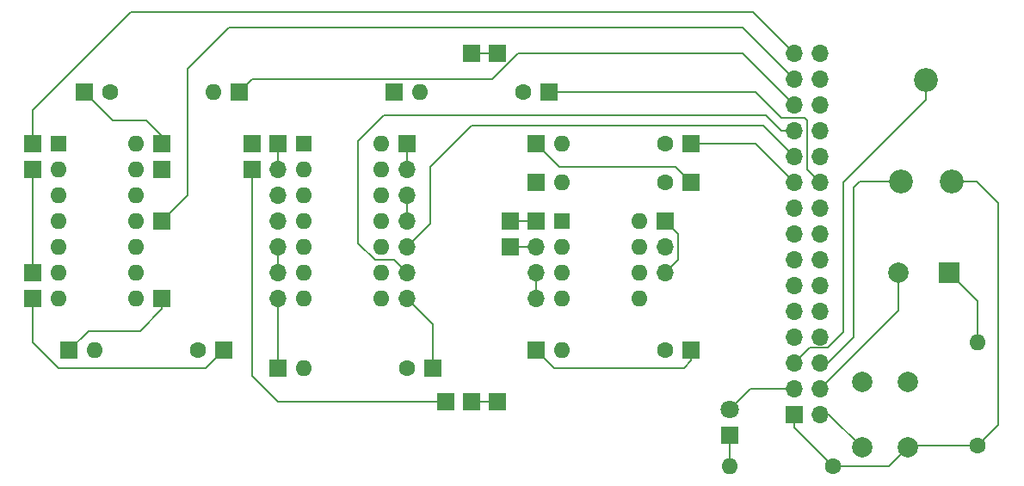
<source format=gbr>
%TF.GenerationSoftware,KiCad,Pcbnew,(6.0.5)*%
%TF.CreationDate,2022-06-11T21:03:45+02:00*%
%TF.ProjectId,bomba-robotabor,626f6d62-612d-4726-9f62-6f7461626f72,rev?*%
%TF.SameCoordinates,Original*%
%TF.FileFunction,Copper,L1,Top*%
%TF.FilePolarity,Positive*%
%FSLAX46Y46*%
G04 Gerber Fmt 4.6, Leading zero omitted, Abs format (unit mm)*
G04 Created by KiCad (PCBNEW (6.0.5)) date 2022-06-11 21:03:45*
%MOMM*%
%LPD*%
G01*
G04 APERTURE LIST*
%TA.AperFunction,ComponentPad*%
%ADD10C,1.600000*%
%TD*%
%TA.AperFunction,ComponentPad*%
%ADD11O,1.600000X1.600000*%
%TD*%
%TA.AperFunction,ComponentPad*%
%ADD12R,1.600000X1.600000*%
%TD*%
%TA.AperFunction,ComponentPad*%
%ADD13R,1.700000X1.700000*%
%TD*%
%TA.AperFunction,ComponentPad*%
%ADD14O,1.700000X1.700000*%
%TD*%
%TA.AperFunction,ComponentPad*%
%ADD15C,2.000000*%
%TD*%
%TA.AperFunction,ComponentPad*%
%ADD16R,1.800000X1.800000*%
%TD*%
%TA.AperFunction,ComponentPad*%
%ADD17C,1.800000*%
%TD*%
%TA.AperFunction,ComponentPad*%
%ADD18R,2.000000X2.000000*%
%TD*%
%TA.AperFunction,ComponentPad*%
%ADD19C,2.340000*%
%TD*%
%TA.AperFunction,Conductor*%
%ADD20C,0.200000*%
%TD*%
G04 APERTURE END LIST*
D10*
%TO.P,R1,1*%
%TO.N,Net-(R1-Pad1)*%
X165100000Y-52070000D03*
D11*
%TO.P,R1,2*%
%TO.N,Net-(R1-Pad2)*%
X154940000Y-52070000D03*
%TD*%
D10*
%TO.P,R2,1*%
%TO.N,Net-(R2-Pad1)*%
X124460000Y-52070000D03*
D11*
%TO.P,R2,2*%
%TO.N,Net-(R2-Pad2)*%
X134620000Y-52070000D03*
%TD*%
D10*
%TO.P,R3,1*%
%TO.N,Net-(R3-Pad1)*%
X153670000Y-79248000D03*
D11*
%TO.P,R3,2*%
%TO.N,Net-(R3-Pad2)*%
X143510000Y-79248000D03*
%TD*%
D10*
%TO.P,R4,1*%
%TO.N,Net-(R4-Pad1)*%
X179070000Y-57150000D03*
D11*
%TO.P,R4,2*%
%TO.N,Net-(R4-Pad2)*%
X168910000Y-57150000D03*
%TD*%
D10*
%TO.P,R5,1*%
%TO.N,Net-(R5-Pad1)*%
X179070000Y-77470000D03*
D11*
%TO.P,R5,2*%
%TO.N,Net-(R5-Pad2)*%
X168910000Y-77470000D03*
%TD*%
D10*
%TO.P,R6,1*%
%TO.N,Net-(R3-Pad1)*%
X133096000Y-77470000D03*
D11*
%TO.P,R6,2*%
%TO.N,Net-(R6-Pad2)*%
X122936000Y-77470000D03*
%TD*%
D10*
%TO.P,R7,1*%
%TO.N,Net-(R7-Pad1)*%
X179070000Y-60960000D03*
D11*
%TO.P,R7,2*%
%TO.N,Net-(R7-Pad2)*%
X168910000Y-60960000D03*
%TD*%
D12*
%TO.P,U1,1*%
%TO.N,Net-(R1-Pad2)*%
X119380000Y-57150000D03*
D11*
%TO.P,U1,2*%
%TO.N,Net-(U1-Pad2)*%
X119380000Y-59690000D03*
%TO.P,U1,3*%
%TO.N,Net-(U1-Pad3)*%
X119380000Y-62230000D03*
%TO.P,U1,4*%
%TO.N,Net-(U1-Pad4)*%
X119380000Y-64770000D03*
%TO.P,U1,5*%
%TO.N,Net-(U1-Pad5)*%
X119380000Y-67310000D03*
%TO.P,U1,6*%
%TO.N,Net-(U1-Pad2)*%
X119380000Y-69850000D03*
%TO.P,U1,7*%
%TO.N,GND*%
X119380000Y-72390000D03*
%TO.P,U1,8*%
%TO.N,Net-(R1-Pad1)*%
X127000000Y-72390000D03*
%TO.P,U1,9*%
%TO.N,Net-(U1-Pad9)*%
X127000000Y-69850000D03*
%TO.P,U1,10*%
%TO.N,Net-(U1-Pad10)*%
X127000000Y-67310000D03*
%TO.P,U1,11*%
%TO.N,Net-(U1-Pad11)*%
X127000000Y-64770000D03*
%TO.P,U1,12*%
%TO.N,Net-(U1-Pad12)*%
X127000000Y-62230000D03*
%TO.P,U1,13*%
%TO.N,Net-(R2-Pad1)*%
X127000000Y-59690000D03*
%TO.P,U1,14*%
%TO.N,+5V*%
X127000000Y-57150000D03*
%TD*%
D12*
%TO.P,U2,1*%
%TO.N,Net-(U1-Pad2)*%
X143510000Y-57150000D03*
D11*
%TO.P,U2,2*%
%TO.N,Net-(R1-Pad1)*%
X143510000Y-59690000D03*
%TO.P,U2,3*%
%TO.N,Net-(R2-Pad2)*%
X143510000Y-62230000D03*
%TO.P,U2,4*%
%TO.N,Net-(U1-Pad11)*%
X143510000Y-64770000D03*
%TO.P,U2,5*%
%TO.N,Net-(U2-Pad5)*%
X143510000Y-67310000D03*
%TO.P,U2,6*%
%TO.N,Net-(R6-Pad2)*%
X143510000Y-69850000D03*
%TO.P,U2,7*%
%TO.N,GND*%
X143510000Y-72390000D03*
%TO.P,U2,8*%
%TO.N,Net-(U2-Pad5)*%
X151130000Y-72390000D03*
%TO.P,U2,9*%
%TO.N,Net-(U2-Pad9)*%
X151130000Y-69850000D03*
%TO.P,U2,10*%
%TO.N,Net-(R7-Pad2)*%
X151130000Y-67310000D03*
%TO.P,U2,11*%
%TO.N,Net-(R3-Pad2)*%
X151130000Y-64770000D03*
%TO.P,U2,12*%
%TO.N,Net-(R4-Pad2)*%
X151130000Y-62230000D03*
%TO.P,U2,13*%
%TO.N,Net-(R5-Pad2)*%
X151130000Y-59690000D03*
%TO.P,U2,14*%
%TO.N,+5V*%
X151130000Y-57150000D03*
%TD*%
D12*
%TO.P,U3,1*%
%TO.N,Net-(U2-Pad5)*%
X168910000Y-64770000D03*
D11*
%TO.P,U3,2*%
%TO.N,Net-(R3-Pad1)*%
X168910000Y-67310000D03*
%TO.P,U3,3*%
%TO.N,Net-(R4-Pad1)*%
X168910000Y-69850000D03*
%TO.P,U3,4*%
%TO.N,GND*%
X168910000Y-72390000D03*
%TO.P,U3,5*%
%TO.N,N/C*%
X176530000Y-72390000D03*
%TO.P,U3,6*%
%TO.N,Net-(R5-Pad1)*%
X176530000Y-69850000D03*
%TO.P,U3,7*%
%TO.N,Net-(U2-Pad9)*%
X176530000Y-67310000D03*
%TO.P,U3,8*%
%TO.N,Net-(R7-Pad1)*%
X176530000Y-64770000D03*
%TD*%
D13*
%TO.P, ,1*%
%TO.N,N/C*%
X140970000Y-57150000D03*
D14*
%TO.P, ,2*%
X140970000Y-59690000D03*
%TO.P, ,3*%
X140970000Y-62230000D03*
%TO.P, ,4*%
X140970000Y-64770000D03*
%TO.P, ,5*%
X140970000Y-67310000D03*
%TO.P, ,6*%
X140970000Y-69850000D03*
%TO.P, ,7*%
X140970000Y-72390000D03*
%TD*%
D13*
%TO.P, ,1*%
%TO.N,N/C*%
X153670000Y-57150000D03*
D14*
%TO.P, ,2*%
X153670000Y-59690000D03*
%TO.P, ,3*%
X153670000Y-62230000D03*
%TO.P, ,4*%
X153670000Y-64770000D03*
%TO.P, ,5*%
X153670000Y-67310000D03*
%TO.P, ,6*%
X153670000Y-69850000D03*
%TO.P, ,7*%
X153670000Y-72390000D03*
%TD*%
D13*
%TO.P, ,1*%
%TO.N,N/C*%
X166370000Y-64770000D03*
D14*
%TO.P, ,2*%
X166370000Y-67310000D03*
%TO.P, ,3*%
X166370000Y-69850000D03*
%TO.P, ,4*%
X166370000Y-72390000D03*
%TD*%
D13*
%TO.P, ,1*%
%TO.N,N/C*%
X181610000Y-77470000D03*
%TD*%
%TO.P,REF\u002A\u002A,1*%
%TO.N,N/C*%
X179070000Y-64770000D03*
D14*
%TO.P,REF\u002A\u002A,2*%
X179070000Y-67310000D03*
%TO.P,REF\u002A\u002A,3*%
X179070000Y-69850000D03*
%TD*%
D15*
%TO.P,RESET,1*%
%TO.N,N/C*%
X202910000Y-80570000D03*
X202910000Y-87070000D03*
%TO.P,RESET,2*%
X198410000Y-80570000D03*
X198410000Y-87070000D03*
%TD*%
D16*
%TO.P,LED,1*%
%TO.N,N/C*%
X185420000Y-85852000D03*
D17*
%TO.P,LED,2*%
X185420000Y-83312000D03*
%TD*%
D18*
%TO.P,PIEZO,1*%
%TO.N,N/C*%
X207010000Y-69850000D03*
D15*
%TO.P,PIEZO,2*%
X202010000Y-69850000D03*
%TD*%
D10*
%TO.P,R (PIEZO),1*%
%TO.N,N/C*%
X209804000Y-86868000D03*
D11*
%TO.P,R (PIEZO),2*%
X209804000Y-76708000D03*
%TD*%
D10*
%TO.P,R (LED),1*%
%TO.N,N/C*%
X195580000Y-88900000D03*
D11*
%TO.P,R (LED),2*%
X185420000Y-88900000D03*
%TD*%
D13*
%TO.P, ,1*%
%TO.N,N/C*%
X166370000Y-57150000D03*
%TD*%
%TO.P, ,1*%
%TO.N,N/C*%
X152400000Y-52070000D03*
%TD*%
%TO.P, ,1*%
%TO.N,N/C*%
X138430000Y-57150000D03*
%TD*%
%TO.P, ,1*%
%TO.N,N/C*%
X163830000Y-67310000D03*
%TD*%
%TO.P, ,1*%
%TO.N,N/C*%
X163830000Y-64770000D03*
%TD*%
%TO.P, ,1*%
%TO.N,N/C*%
X166370000Y-77470000D03*
%TD*%
%TO.P, ,1*%
%TO.N,N/C*%
X129540000Y-59690000D03*
%TD*%
%TO.P, ,1*%
%TO.N,N/C*%
X162560000Y-48260000D03*
%TD*%
%TO.P, ,1*%
%TO.N,N/C*%
X166370000Y-60960000D03*
%TD*%
%TO.P, ,1*%
%TO.N,N/C*%
X135636000Y-77470000D03*
%TD*%
%TO.P, ,1*%
%TO.N,N/C*%
X138430000Y-59690000D03*
%TD*%
%TO.P, ,1*%
%TO.N,N/C*%
X129540000Y-64770000D03*
%TD*%
%TO.P, ,1*%
%TO.N,N/C*%
X181610000Y-57150000D03*
%TD*%
%TO.P, ,1*%
%TO.N,N/C*%
X129540000Y-57150000D03*
%TD*%
%TO.P, ,1*%
%TO.N,N/C*%
X121920000Y-52070000D03*
%TD*%
%TO.P, ,1*%
%TO.N,N/C*%
X116840000Y-59690000D03*
%TD*%
%TO.P, ,1*%
%TO.N,N/C*%
X162560000Y-82550000D03*
%TD*%
%TO.P, ,1*%
%TO.N,N/C*%
X116840000Y-57150000D03*
%TD*%
%TO.P, ,1*%
%TO.N,N/C*%
X181610000Y-60960000D03*
%TD*%
D19*
%TO.P,REF\u002A\u002A,1*%
%TO.N,N/C*%
X207199000Y-60880000D03*
%TO.P,REF\u002A\u002A,2*%
X204699000Y-50880000D03*
%TO.P,REF\u002A\u002A,3*%
X202199000Y-60880000D03*
%TD*%
D13*
%TO.P, ,1*%
%TO.N,N/C*%
X120396000Y-77470000D03*
%TD*%
%TO.P, ,1*%
%TO.N,N/C*%
X129540000Y-72390000D03*
%TD*%
%TO.P, ,1*%
%TO.N,N/C*%
X116840000Y-69850000D03*
%TD*%
%TO.P, ,1*%
%TO.N,N/C*%
X167640000Y-52070000D03*
%TD*%
%TO.P, ,1*%
%TO.N,N/C*%
X137160000Y-52070000D03*
%TD*%
%TO.P, ,1*%
%TO.N,N/C*%
X140970000Y-79248000D03*
%TD*%
%TO.P, ,1*%
%TO.N,N/C*%
X157480000Y-82550000D03*
%TD*%
%TO.P, ,1*%
%TO.N,N/C*%
X156210000Y-79248000D03*
%TD*%
%TO.P, ,1*%
%TO.N,N/C*%
X116840000Y-72390000D03*
%TD*%
%TO.P, ,1*%
%TO.N,N/C*%
X160020000Y-82550000D03*
%TD*%
%TO.P, ,1*%
%TO.N,N/C*%
X160020000Y-48260000D03*
%TD*%
%TO.P,REF\u002A\u002A,1*%
%TO.N,N/C*%
X191770000Y-83820000D03*
D14*
%TO.P,REF\u002A\u002A,2*%
X194310000Y-83820000D03*
%TO.P,REF\u002A\u002A,3*%
X191770000Y-81280000D03*
%TO.P,REF\u002A\u002A,4*%
X194310000Y-81280000D03*
%TO.P,REF\u002A\u002A,5*%
X191770000Y-78740000D03*
%TO.P,REF\u002A\u002A,6*%
X194310000Y-78740000D03*
%TO.P,REF\u002A\u002A,7*%
X191770000Y-76200000D03*
%TO.P,REF\u002A\u002A,8*%
X194310000Y-76200000D03*
%TO.P,REF\u002A\u002A,9*%
X191770000Y-73660000D03*
%TO.P,REF\u002A\u002A,10*%
X194310000Y-73660000D03*
%TO.P,REF\u002A\u002A,11*%
X191770000Y-71120000D03*
%TO.P,REF\u002A\u002A,12*%
X194310000Y-71120000D03*
%TO.P,REF\u002A\u002A,13*%
X191770000Y-68580000D03*
%TO.P,REF\u002A\u002A,14*%
X194310000Y-68580000D03*
%TO.P,REF\u002A\u002A,15*%
X191770000Y-66040000D03*
%TO.P,REF\u002A\u002A,16*%
X194310000Y-66040000D03*
%TO.P,REF\u002A\u002A,17*%
X191770000Y-63500000D03*
%TO.P,REF\u002A\u002A,18*%
X194310000Y-63500000D03*
%TO.P,REF\u002A\u002A,19*%
X191770000Y-60960000D03*
%TO.P,REF\u002A\u002A,20*%
X194310000Y-60960000D03*
%TO.P,REF\u002A\u002A,21*%
X191770000Y-58420000D03*
%TO.P,REF\u002A\u002A,22*%
X194310000Y-58420000D03*
%TO.P,REF\u002A\u002A,23*%
X191770000Y-55880000D03*
%TO.P,REF\u002A\u002A,24*%
X194310000Y-55880000D03*
%TO.P,REF\u002A\u002A,25*%
X191770000Y-53340000D03*
%TO.P,REF\u002A\u002A,26*%
X194310000Y-53340000D03*
%TO.P,REF\u002A\u002A,27*%
X191770000Y-50800000D03*
%TO.P,REF\u002A\u002A,28*%
X194310000Y-50800000D03*
%TO.P,REF\u002A\u002A,29*%
X191770000Y-48260000D03*
%TO.P,REF\u002A\u002A,30*%
X194310000Y-48260000D03*
%TD*%
D20*
%TO.N,*%
X133858000Y-79248000D02*
X135636000Y-77470000D01*
X129540000Y-57150000D02*
X129540000Y-56388000D01*
X162560000Y-82550000D02*
X160020000Y-82550000D01*
X150495000Y-68580000D02*
X148844000Y-66929000D01*
X119380000Y-79248000D02*
X131572000Y-79248000D01*
X185420000Y-88900000D02*
X185420000Y-85852000D01*
X191770000Y-81280000D02*
X187452000Y-81280000D01*
X180882000Y-79248000D02*
X168148000Y-79248000D01*
X188976000Y-54356000D02*
X190500000Y-55880000D01*
X180086000Y-59436000D02*
X181610000Y-60960000D01*
X153670000Y-67310000D02*
X155956000Y-65024000D01*
X193040000Y-54864000D02*
X192786000Y-54610000D01*
X116840000Y-57150000D02*
X116840000Y-53848000D01*
X188722000Y-55372000D02*
X191770000Y-58420000D01*
X153670000Y-72390000D02*
X156210000Y-74930000D01*
X201080000Y-88900000D02*
X202910000Y-87070000D01*
X211836000Y-84836000D02*
X211836000Y-62992000D01*
X193040000Y-59690000D02*
X193040000Y-54864000D01*
X131572000Y-79248000D02*
X132588000Y-79248000D01*
X136144000Y-45720000D02*
X186690000Y-45720000D01*
X138430000Y-80010000D02*
X138430000Y-59690000D01*
X191770000Y-47625000D02*
X191770000Y-48260000D01*
X127398000Y-75582000D02*
X122284000Y-75582000D01*
X211836000Y-62992000D02*
X209724000Y-60880000D01*
X156210000Y-74930000D02*
X156210000Y-79248000D01*
X126492000Y-44196000D02*
X187706000Y-44196000D01*
X152400000Y-68580000D02*
X150495000Y-68580000D01*
X203112000Y-86868000D02*
X209804000Y-86868000D01*
X180340000Y-66040000D02*
X180340000Y-68580000D01*
X191770000Y-85090000D02*
X195580000Y-88900000D01*
X196596000Y-60960000D02*
X196596000Y-75692000D01*
X202910000Y-87070000D02*
X203112000Y-86868000D01*
X197612000Y-76200000D02*
X195072000Y-78740000D01*
X116840000Y-59690000D02*
X116840000Y-69850000D01*
X166370000Y-69850000D02*
X166370000Y-72390000D01*
X132080000Y-62230000D02*
X132080000Y-49784000D01*
X197612000Y-61468000D02*
X197612000Y-76200000D01*
X202010000Y-69850000D02*
X202010000Y-73580000D01*
X153670000Y-69850000D02*
X152400000Y-68580000D01*
X140970000Y-57150000D02*
X140970000Y-59690000D01*
X190500000Y-54610000D02*
X187960000Y-52070000D01*
X164592000Y-48260000D02*
X186690000Y-48260000D01*
X153670000Y-64770000D02*
X153670000Y-62230000D01*
X195580000Y-88900000D02*
X201080000Y-88900000D01*
X131572000Y-79248000D02*
X133858000Y-79248000D01*
X191770000Y-83820000D02*
X191770000Y-85090000D01*
X195072000Y-78740000D02*
X194310000Y-78740000D01*
X187452000Y-81280000D02*
X185420000Y-83312000D01*
X186690000Y-45720000D02*
X191770000Y-50800000D01*
X128016000Y-54864000D02*
X124714000Y-54864000D01*
X124714000Y-54864000D02*
X121920000Y-52070000D01*
X186690000Y-48260000D02*
X191770000Y-53340000D01*
X160020000Y-55372000D02*
X188722000Y-55372000D01*
X209804000Y-76708000D02*
X209804000Y-72644000D01*
X153670000Y-59690000D02*
X153670000Y-57150000D01*
X204699000Y-52857000D02*
X196596000Y-60960000D01*
X148844000Y-56896000D02*
X151384000Y-54356000D01*
X151384000Y-54356000D02*
X188976000Y-54356000D01*
X155956000Y-65024000D02*
X155956000Y-59436000D01*
X162560000Y-48260000D02*
X160020000Y-48260000D01*
X129540000Y-56388000D02*
X128016000Y-54864000D01*
X166370000Y-57150000D02*
X168656000Y-59436000D01*
X168656000Y-59436000D02*
X180086000Y-59436000D01*
X129540000Y-72390000D02*
X129540000Y-73440000D01*
X209804000Y-86868000D02*
X211836000Y-84836000D01*
X190500000Y-55880000D02*
X191770000Y-55880000D01*
X129540000Y-73440000D02*
X127398000Y-75582000D01*
X194310000Y-60960000D02*
X193040000Y-59690000D01*
X198410000Y-87070000D02*
X195160000Y-83820000D01*
X181610000Y-78520000D02*
X180882000Y-79248000D01*
X179070000Y-64770000D02*
X180340000Y-66040000D01*
X202199000Y-60880000D02*
X198200000Y-60880000D01*
X191770000Y-60960000D02*
X187960000Y-57150000D01*
X116840000Y-76708000D02*
X116840000Y-72390000D01*
X187706000Y-44196000D02*
X191770000Y-48260000D01*
X155956000Y-59436000D02*
X160020000Y-55372000D01*
X195160000Y-83820000D02*
X194310000Y-83820000D01*
X137160000Y-52070000D02*
X138430000Y-50800000D01*
X157480000Y-82550000D02*
X140970000Y-82550000D01*
X140970000Y-82550000D02*
X138430000Y-80010000D01*
X192786000Y-54610000D02*
X190500000Y-54610000D01*
X140970000Y-72390000D02*
X140970000Y-79248000D01*
X166370000Y-67310000D02*
X163830000Y-67310000D01*
X140970000Y-69850000D02*
X140970000Y-67310000D01*
X116840000Y-53848000D02*
X126492000Y-44196000D01*
X181610000Y-77470000D02*
X181610000Y-78520000D01*
X129540000Y-64770000D02*
X132080000Y-62230000D01*
X195072000Y-77216000D02*
X193294000Y-77216000D01*
X198200000Y-60880000D02*
X197612000Y-61468000D01*
X163830000Y-64770000D02*
X166370000Y-64770000D01*
X202010000Y-73580000D02*
X194310000Y-81280000D01*
X162052000Y-50800000D02*
X164592000Y-48260000D01*
X168148000Y-79248000D02*
X166370000Y-77470000D01*
X148844000Y-66929000D02*
X148844000Y-56896000D01*
X196596000Y-75692000D02*
X195072000Y-77216000D01*
X209724000Y-60880000D02*
X207199000Y-60880000D01*
X209804000Y-72644000D02*
X207010000Y-69850000D01*
X193294000Y-77216000D02*
X191770000Y-78740000D01*
X204699000Y-50880000D02*
X204699000Y-52857000D01*
X187960000Y-57150000D02*
X181610000Y-57150000D01*
X122284000Y-75582000D02*
X120396000Y-77470000D01*
X180340000Y-68580000D02*
X179070000Y-69850000D01*
X119380000Y-79248000D02*
X116840000Y-76708000D01*
X138430000Y-50800000D02*
X162052000Y-50800000D01*
X132080000Y-49784000D02*
X136144000Y-45720000D01*
X187960000Y-52070000D02*
X167640000Y-52070000D01*
%TD*%
M02*

</source>
